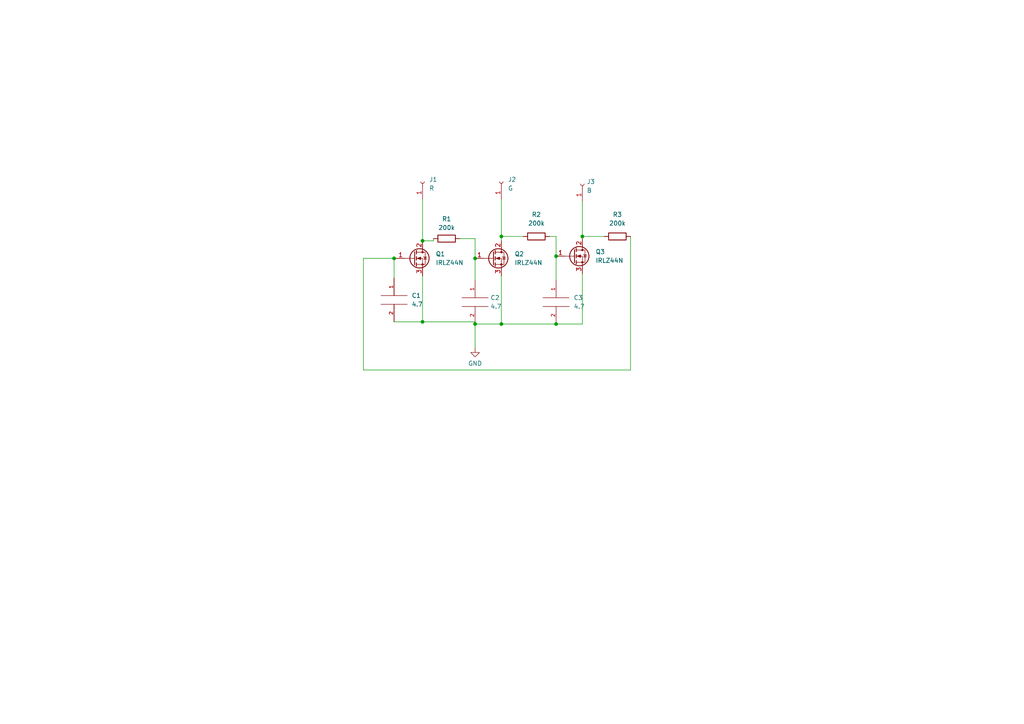
<source format=kicad_sch>
(kicad_sch (version 20211123) (generator eeschema)
  (paper "A4")
  (lib_symbols
    (symbol "Connector:Conn_01x01_Female" (pin_names (offset 1.016) hide)
      (property "Reference" "J" (at 0 2.54 0))
      (property "Value" "Conn_01x01_Female" (at 0 -2.54 0))
      (symbol "Conn_01x01_Female_1_1"
        (polyline (pts (xy -1.27 0) (xy -0.508 0)) (stroke (width 0.1524)))
        (arc (start 0 0.508) (mid -0.508 0) (end 0 -0.508) (stroke (width 0.1524)))
        (pin passive line (at -5.08 0 0) (length 3.81) (name "Pin_1") (number "1"))
      )
    )
    (symbol "Device:R" (pin_numbers hide) (pin_names (offset 0))
      (property "Reference" "R" (at 2.032 0 90))
      (property "Value" "R" (at 0 0 90))
      (symbol "R_0_1"
        (rectangle (start -1.016 -2.54) (end 1.016 2.54) (stroke (width 0.254)))
      )
      (symbol "R_1_1"
        (pin passive line (at 0 3.81 270) (length 1.27) (name "~") (number "1"))
        (pin passive line (at 0 -3.81 90) (length 1.27) (name "~") (number "2"))
      )
    )
    (symbol "Transistor_FET:IRLZ44N" (pin_names hide)
      (property "Reference" "Q" (at 6.35 1.905 0))
      (property "Value" "IRLZ44N" (at 6.35 0 0))
      (symbol "IRLZ44N_0_1"
        (polyline (pts (xy 0.254 0) (xy -2.54 0)))
        (polyline (pts (xy 0.254 1.905) (xy 0.254 -1.905)) (stroke (width 0.254)))
        (polyline (pts (xy 0.762 -1.27) (xy 0.762 -2.286)) (stroke (width 0.254)))
        (polyline (pts (xy 0.762 0.508) (xy 0.762 -0.508)) (stroke (width 0.254)))
        (polyline (pts (xy 0.762 2.286) (xy 0.762 1.27)) (stroke (width 0.254)))
        (polyline (pts (xy 2.54 2.54) (xy 2.54 1.778)))
        (polyline (pts (xy 2.54 -2.54) (xy 2.54 0) (xy 0.762 0)))
        (polyline (pts (xy 0.762 -1.778) (xy 3.302 -1.778) (xy 3.302 1.778) (xy 0.762 1.778)))
        (polyline (pts (xy 1.016 0) (xy 2.032 0.381) (xy 2.032 -0.381) (xy 1.016 0)) (fill (type outline)))
        (polyline (pts (xy 2.794 0.508) (xy 2.921 0.381) (xy 3.683 0.381) (xy 3.81 0.254)))
        (polyline (pts (xy 3.302 0.381) (xy 2.921 -0.254) (xy 3.683 -0.254) (xy 3.302 0.381)))
        (circle (center 1.651 0) (radius 2.794) (stroke (width 0.254)))
        (circle (center 2.54 -1.778) (radius 0.254) (fill (type outline)))
        (circle (center 2.54 1.778) (radius 0.254) (fill (type outline)))
      )
      (symbol "IRLZ44N_1_1"
        (pin input line (at -5.08 0 0) (length 2.54) (name "G") (number "1"))
        (pin passive line (at 2.54 5.08 270) (length 2.54) (name "D") (number "2"))
        (pin passive line (at 2.54 -5.08 90) (length 2.54) (name "S") (number "3"))
      )
    )
    (symbol "power:GND" (power) (pin_names (offset 0))
      (property "Value" "GND" (at 0 -3.81 0))
      (symbol "GND_0_1"
        (polyline (pts (xy 0 0) (xy 0 -1.27) (xy 1.27 -1.27) (xy 0 -2.54) (xy -1.27 -1.27) (xy 0 -1.27)))
      )
      (symbol "GND_1_1"
        (pin power_in line (at 0 0 270) (length 0) hide (name "GND") (number "1"))
      )
    )
    (symbol "pspice:CAP" (pin_names (offset 0.254))
      (property "Reference" "C" (at 2.54 3.81 90))
      (property "Value" "CAP" (at 2.54 -3.81 90))
      (symbol "CAP_0_1"
        (polyline (pts (xy -3.81 -1.27) (xy 3.81 -1.27)))
        (polyline (pts (xy -3.81 1.27) (xy 3.81 1.27)))
      )
      (symbol "CAP_1_1"
        (pin passive line (at 0 6.35 270) (length 5.08) (name "~") (number "1"))
        (pin passive line (at 0 -6.35 90) (length 5.08) (name "~") (number "2"))
      )
    )
  )
  (junction (at 137.795 74.93))
  (junction (at 145.415 93.98))
  (junction (at 114.3 74.93))
  (junction (at 122.555 93.345))
  (junction (at 161.29 74.295))
  (junction (at 145.415 68.58))
  (junction (at 122.555 69.85))
  (junction (at 168.91 68.58))
  (junction (at 137.795 93.98))
  (junction (at 161.29 93.98))
  (wire (pts (xy 133.35 69.215) (xy 137.795 69.215)))
  (wire (pts (xy 168.91 68.58) (xy 175.26 68.58)))
  (wire (pts (xy 159.385 68.58) (xy 161.29 68.58)))
  (wire (pts (xy 137.795 93.98) (xy 137.795 100.965)))
  (wire (pts (xy 182.88 107.315) (xy 105.41 107.315)))
  (wire (pts (xy 122.555 57.785) (xy 122.555 69.85)))
  (wire (pts (xy 114.3 74.93) (xy 114.935 74.93)))
  (wire (pts (xy 145.415 80.01) (xy 145.415 93.98)))
  (wire (pts (xy 168.91 79.375) (xy 168.91 93.98)))
  (wire (pts (xy 114.3 93.345) (xy 122.555 93.345)))
  (wire (pts (xy 145.415 57.785) (xy 145.415 68.58)))
  (wire (pts (xy 182.88 68.58) (xy 182.88 107.315)))
  (wire (pts (xy 122.555 93.345) (xy 137.795 93.345)))
  (wire (pts (xy 145.415 69.85) (xy 145.415 68.58)))
  (wire (pts (xy 137.795 93.345) (xy 137.795 93.98)))
  (wire (pts (xy 168.91 58.42) (xy 168.91 68.58)))
  (wire (pts (xy 125.73 69.85) (xy 125.73 69.215)))
  (wire (pts (xy 161.29 68.58) (xy 161.29 74.295)))
  (wire (pts (xy 105.41 107.315) (xy 105.41 74.93)))
  (wire (pts (xy 137.795 69.215) (xy 137.795 74.93)))
  (wire (pts (xy 168.91 68.58) (xy 168.91 69.215)))
  (wire (pts (xy 145.415 93.98) (xy 161.29 93.98)))
  (wire (pts (xy 122.555 80.01) (xy 122.555 93.345)))
  (wire (pts (xy 161.29 93.98) (xy 168.91 93.98)))
  (wire (pts (xy 137.795 93.98) (xy 145.415 93.98)))
  (wire (pts (xy 145.415 68.58) (xy 151.765 68.58)))
  (wire (pts (xy 137.795 74.93) (xy 137.795 81.28)))
  (wire (pts (xy 105.41 74.93) (xy 114.3 74.93)))
  (wire (pts (xy 122.555 69.85) (xy 125.73 69.85)))
  (wire (pts (xy 114.3 80.645) (xy 114.3 74.93)))
  (wire (pts (xy 161.29 74.295) (xy 161.29 81.28)))
  (symbol (lib_id "Transistor_FET:IRLZ44N") (at 166.37 74.295 0) (unit 1)
    (property "Reference" "Q3" (at 172.72 73.0249 0) (effects (justify left)))
    (property "Value" "IRLZ44N" (at 172.72 75.5649 0) (effects (justify left)))
    (property "Footprint" "Package_TO_SOT_THT:TO-220-3_Vertical" (effects hide))
    (property "Datasheet" "http://www.irf.com/product-info/datasheets/data/irlz44n.pdf" (effects hide))
  )
  (symbol (lib_id "Connector:Conn_01x01_Female") (at 145.415 52.705 90) (unit 1)
    (property "Reference" "J2" (at 147.32 52.0699 90) (effects (justify right)))
    (property "Value" "G" (at 147.32 54.6099 90) (effects (justify right)))
    (property "Footprint" "Connector_Pin:Pin_D1.0mm_L10.0mm" (effects hide))
  )
  (symbol (lib_id "Connector:Conn_01x01_Female") (at 168.91 53.34 90) (unit 1)
    (property "Reference" "J3" (at 170.18 52.7049 90) (effects (justify right)))
    (property "Value" "B" (at 170.18 55.2449 90) (effects (justify right)))
    (property "Footprint" "Connector_Pin:Pin_D1.0mm_L10.0mm" (effects hide))
  )
  (symbol (lib_id "pspice:CAP") (at 137.795 87.63 0) (unit 1)
    (property "Reference" "C2" (at 142.24 86.3599 0) (effects (justify left)))
    (property "Value" "4.7" (at 142.24 88.8999 0) (effects (justify left)))
    (property "Footprint" "Capacitor_THT:CP_Radial_D5.0mm_P2.00mm" (effects hide))
  )
  (symbol (lib_id "Device:R") (at 179.07 68.58 90) (unit 1)
    (property "Reference" "R3" (at 179.07 62.23 90))
    (property "Value" "200k" (at 179.07 64.77 90))
    (property "Footprint" "Resistor_THT:R_Axial_DIN0207_L6.3mm_D2.5mm_P7.62mm_Horizontal" (effects hide))
  )
  (symbol (lib_id "Transistor_FET:IRLZ44N") (at 142.875 74.93 0) (unit 1)
    (property "Reference" "Q2" (at 149.225 73.6599 0) (effects (justify left)))
    (property "Value" "IRLZ44N" (at 149.225 76.1999 0) (effects (justify left)))
    (property "Footprint" "Package_TO_SOT_THT:TO-220-3_Vertical" (effects hide))
    (property "Datasheet" "http://www.irf.com/product-info/datasheets/data/irlz44n.pdf" (effects hide))
  )
  (symbol (lib_id "power:GND") (at 137.795 100.965 0) (unit 1)
    (property "Reference" "#PWR01" (effects hide))
    (property "Value" "GND" (at 137.795 105.41 0))
  )
  (symbol (lib_id "Device:R") (at 129.54 69.215 90) (unit 1)
    (property "Reference" "R1" (at 129.54 63.5 90))
    (property "Value" "200k" (at 129.54 66.04 90))
    (property "Footprint" "Resistor_THT:R_Axial_DIN0207_L6.3mm_D2.5mm_P7.62mm_Horizontal" (effects hide))
  )
  (symbol (lib_id "pspice:CAP") (at 114.3 86.995 0) (unit 1)
    (property "Reference" "C1" (at 119.38 85.7249 0) (effects (justify left)))
    (property "Value" "4.7" (at 119.38 88.2649 0) (effects (justify left)))
    (property "Footprint" "Capacitor_THT:CP_Radial_D5.0mm_P2.00mm" (effects hide))
  )
  (symbol (lib_id "pspice:CAP") (at 161.29 87.63 0) (unit 1)
    (property "Reference" "C3" (at 166.37 86.3599 0) (effects (justify left)))
    (property "Value" "4.7" (at 166.37 88.8999 0) (effects (justify left)))
    (property "Footprint" "Capacitor_THT:CP_Radial_D5.0mm_P2.00mm" (effects hide))
  )
  (symbol (lib_id "Connector:Conn_01x01_Female") (at 122.555 52.705 90) (unit 1)
    (property "Reference" "J1" (at 124.46 52.0699 90) (effects (justify right)))
    (property "Value" "R" (at 124.46 54.6099 90) (effects (justify right)))
    (property "Footprint" "Connector_Pin:Pin_D1.0mm_L10.0mm" (effects hide))
  )
  (symbol (lib_id "Device:R") (at 155.575 68.58 90) (unit 1)
    (property "Reference" "R2" (at 155.575 62.23 90))
    (property "Value" "200k" (at 155.575 64.77 90))
    (property "Footprint" "Resistor_THT:R_Axial_DIN0207_L6.3mm_D2.5mm_P7.62mm_Horizontal" (effects hide))
  )
  (symbol (lib_id "Transistor_FET:IRLZ44N") (at 120.015 74.93 0) (unit 1)
    (property "Reference" "Q1" (at 126.365 73.6599 0) (effects (justify left)))
    (property "Value" "IRLZ44N" (at 126.365 76.1999 0) (effects (justify left)))
    (property "Footprint" "Package_TO_SOT_THT:TO-220-3_Vertical" (effects hide))
    (property "Datasheet" "http://www.irf.com/product-info/datasheets/data/irlz44n.pdf" (effects hide))
  )
)
</source>
